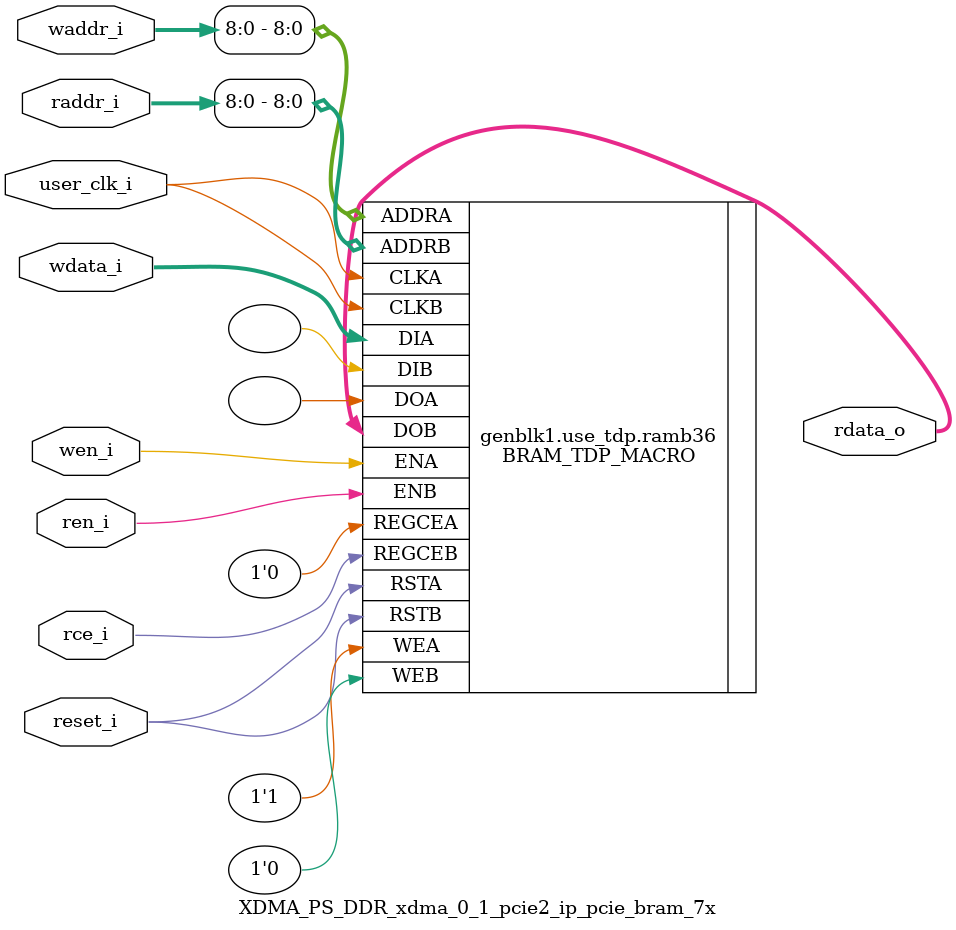
<source format=v>

`timescale 1ps/1ps

(* DowngradeIPIdentifiedWarnings = "yes" *)
module XDMA_PS_DDR_xdma_0_1_pcie2_ip_pcie_bram_7x
  #(
    parameter [3:0]  LINK_CAP_MAX_LINK_SPEED = 4'h1,        // PCIe Link Speed : 1 - 2.5 GT/s; 2 - 5.0 GT/s
    parameter [5:0]  LINK_CAP_MAX_LINK_WIDTH = 6'h08,       // PCIe Link Width : 1 / 2 / 4 / 8
    parameter IMPL_TARGET = "HARD",                         // the implementation target : HARD, SOFT
    parameter DOB_REG = 0,                                  // 1 - use the output register;
                                                            // 0 - don't use the output register
    parameter WIDTH = 0                                     // supported WIDTH's : 4, 9, 18, 36 - uses RAMB36
                                                            //                     72 - uses RAMB36SDP
    )
    (
     input               user_clk_i,// user clock
     input               reset_i,   // bram reset

     input               wen_i,     // write enable
     input [12:0]        waddr_i,   // write address
     input [WIDTH - 1:0] wdata_i,   // write data

     input               ren_i,     // read enable
     input               rce_i,     // output register clock enable
     input [12:0]        raddr_i,   // read address

     output [WIDTH - 1:0] rdata_o   // read data
     );

   // map the address bits
   localparam ADDR_MSB = ((WIDTH == 4)  ? 12 :
                          (WIDTH == 9)  ? 11 :
                          (WIDTH == 18) ? 10 :
                          (WIDTH == 36) ?  9 :
                                           8
                          );

   // set the width of the tied off low address bits
   localparam ADDR_LO_BITS = ((WIDTH == 4)  ? 2 :
                              (WIDTH == 9)  ? 3 :
                              (WIDTH == 18) ? 4 :
                              (WIDTH == 36) ? 5 :
                                              0 // for WIDTH 72 use RAMB36SDP
                              );

   // map the data bits
   localparam D_MSB =  ((WIDTH == 4)  ?  3 :
                        (WIDTH == 9)  ?  7 :
                        (WIDTH == 18) ? 15 :
                        (WIDTH == 36) ? 31 :
                                        63
                        );

   // map the data parity bits
   localparam DP_LSB =  D_MSB + 1;

   localparam DP_MSB =  ((WIDTH == 4)  ? 4 :
                         (WIDTH == 9)  ? 8 :
                         (WIDTH == 18) ? 17 :
                         (WIDTH == 36) ? 35 :
                                         71
                        );

   localparam DPW = DP_MSB - DP_LSB + 1;
   localparam WRITE_MODE = ((WIDTH == 72) && (!((LINK_CAP_MAX_LINK_SPEED == 4'h2) && (LINK_CAP_MAX_LINK_WIDTH == 6'h08)))) ? "WRITE_FIRST" :
                           ((LINK_CAP_MAX_LINK_SPEED == 4'h2) && (LINK_CAP_MAX_LINK_WIDTH == 6'h08)) ? "WRITE_FIRST" : "NO_CHANGE";

   localparam DEVICE = (IMPL_TARGET == "HARD") ? "7SERIES" : "VIRTEX6";
   localparam BRAM_SIZE = "36Kb";

   localparam WE_WIDTH =(DEVICE == "VIRTEX5" || DEVICE == "VIRTEX6" || DEVICE == "7SERIES") ?
                            ((WIDTH <= 9) ? 1 :
                             (WIDTH > 9 && WIDTH <= 18) ? 2 :
                             (WIDTH > 18 && WIDTH <= 36) ? 4 :
                             (WIDTH > 36 && WIDTH <= 72) ? 8 :
                             (BRAM_SIZE == "18Kb") ? 4 : 8 ) : 8;

   //synthesis translate_off
   initial begin
      //$display("[%t] %m DOB_REG %0d WIDTH %0d ADDR_MSB %0d ADDR_LO_BITS %0d DP_MSB %0d DP_LSB %0d D_MSB %0d",
      //          $time, DOB_REG,   WIDTH,    ADDR_MSB,    ADDR_LO_BITS,    DP_MSB,    DP_LSB,    D_MSB);

      case (WIDTH)
        4,9,18,36,72:;
        default:
          begin
             $display("[%t] %m Error WIDTH %0d not supported", $time, WIDTH);
             $finish;
          end
      endcase // case (WIDTH)
   end
   //synthesis translate_on

   generate
   if ((LINK_CAP_MAX_LINK_WIDTH == 6'h08 && LINK_CAP_MAX_LINK_SPEED == 4'h2) || (WIDTH == 72)) begin : use_sdp
        BRAM_SDP_MACRO #(
               .DEVICE        (DEVICE),
               .BRAM_SIZE     (BRAM_SIZE),
               .DO_REG        (DOB_REG),
               .READ_WIDTH    (WIDTH),
               .WRITE_WIDTH   (WIDTH),
               .WRITE_MODE    (WRITE_MODE)
               )
        ramb36sdp(
               .DO             (rdata_o[WIDTH-1:0]),
               .DI             (wdata_i[WIDTH-1:0]),
               .RDADDR         (raddr_i[ADDR_MSB:0]),
               .RDCLK          (user_clk_i),
               .RDEN           (ren_i),
               .REGCE          (rce_i),
               .RST            (reset_i),
               .WE             ({WE_WIDTH{1'b1}}),
               .WRADDR         (waddr_i[ADDR_MSB:0]),
               .WRCLK          (user_clk_i),
               .WREN           (wen_i)
               );

    end  // block: use_sdp
    else if (WIDTH <= 36) begin : use_tdp
    // use RAMB36's if the width is 4, 9, 18, or 36
        BRAM_TDP_MACRO #(
               .DEVICE        (DEVICE),
               .BRAM_SIZE     (BRAM_SIZE),
               .DOA_REG       (0),
               .DOB_REG       (DOB_REG),
               .READ_WIDTH_A  (WIDTH),
               .READ_WIDTH_B  (WIDTH),
               .WRITE_WIDTH_A (WIDTH),
               .WRITE_WIDTH_B (WIDTH),
               .WRITE_MODE_A  (WRITE_MODE)
               )
        ramb36(
               .DOA            (),
               .DOB            (rdata_o[WIDTH-1:0]),
               .ADDRA          (waddr_i[ADDR_MSB:0]),
               .ADDRB          (raddr_i[ADDR_MSB:0]),
               .CLKA           (user_clk_i),
               .CLKB           (user_clk_i),
               .DIA            (wdata_i[WIDTH-1:0]),
               .DIB            ({WIDTH{1'b0}}),
               .ENA            (wen_i),
               .ENB            (ren_i),
               .REGCEA         (1'b0),
               .REGCEB         (rce_i),
               .RSTA           (reset_i),
               .RSTB           (reset_i),
               .WEA            ({WE_WIDTH{1'b1}}),
               .WEB            ({WE_WIDTH{1'b0}})
               );
   end // block: use_tdp
   endgenerate

endmodule // pcie_bram_7x


</source>
